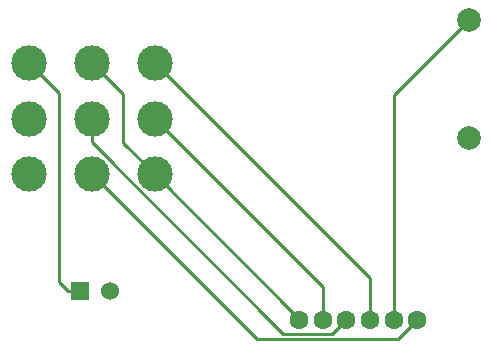
<source format=gbl>
G04 Layer: BottomLayer*
G04 EasyEDA v6.5.34, 2023-09-11 20:58:26*
G04 66fbaccae1544829bfe50452f84a022a,2c7f107921f9494b8657ce3d0c88cbd9,10*
G04 Gerber Generator version 0.2*
G04 Scale: 100 percent, Rotated: No, Reflected: No *
G04 Dimensions in millimeters *
G04 leading zeros omitted , absolute positions ,4 integer and 5 decimal *
%FSLAX45Y45*%
%MOMM*%

%ADD10C,0.2540*%
%ADD11C,2.0000*%
%ADD12C,3.0000*%
%ADD13C,1.5240*%
%ADD14R,1.5240X1.5240*%
%ADD15C,1.6000*%

%LPD*%
D10*
X1813560Y11963400D02*
G01*
X1739900Y12037060D01*
X1739900Y13643355D01*
X1489202Y13893800D01*
X1917677Y11963400D02*
G01*
X1813587Y11963400D01*
X3971902Y11722100D02*
G01*
X3971902Y12001296D01*
X2549298Y13423900D01*
X2019302Y13423900D02*
G01*
X2019302Y13222604D01*
X3639314Y11602593D01*
X4052394Y11602593D01*
X4171901Y11722100D01*
X4371901Y11722100D02*
G01*
X4371901Y12071299D01*
X2549298Y13893901D01*
X3771902Y11722100D02*
G01*
X3771902Y11731294D01*
X2549298Y12953898D01*
X2549298Y12953898D02*
G01*
X2284326Y13218871D01*
X2284326Y13628878D01*
X2019302Y13893901D01*
X4571900Y11722100D02*
G01*
X4571900Y13627000D01*
X5207000Y14262100D01*
X2019302Y12953898D02*
G01*
X3416556Y11556644D01*
X4606444Y11556644D01*
X4771900Y11722100D01*
D11*
G01*
X5207000Y14262100D03*
G01*
X5207000Y13262102D03*
D12*
G01*
X1489303Y13893901D03*
G01*
X2019300Y13893901D03*
G01*
X2549296Y13893901D03*
G01*
X1489303Y13423900D03*
G01*
X2019300Y13423900D03*
G01*
X2549296Y13423900D03*
G01*
X1489303Y12953898D03*
G01*
X2019300Y12953898D03*
G01*
X2549296Y12953898D03*
D13*
G01*
X2171687Y11963400D03*
D14*
G01*
X1917687Y11963400D03*
D15*
G01*
X3771900Y11722100D03*
G01*
X3971899Y11722100D03*
G01*
X4171899Y11722100D03*
G01*
X4371898Y11722100D03*
G01*
X4571898Y11722100D03*
G01*
X4771897Y11722100D03*
M02*

</source>
